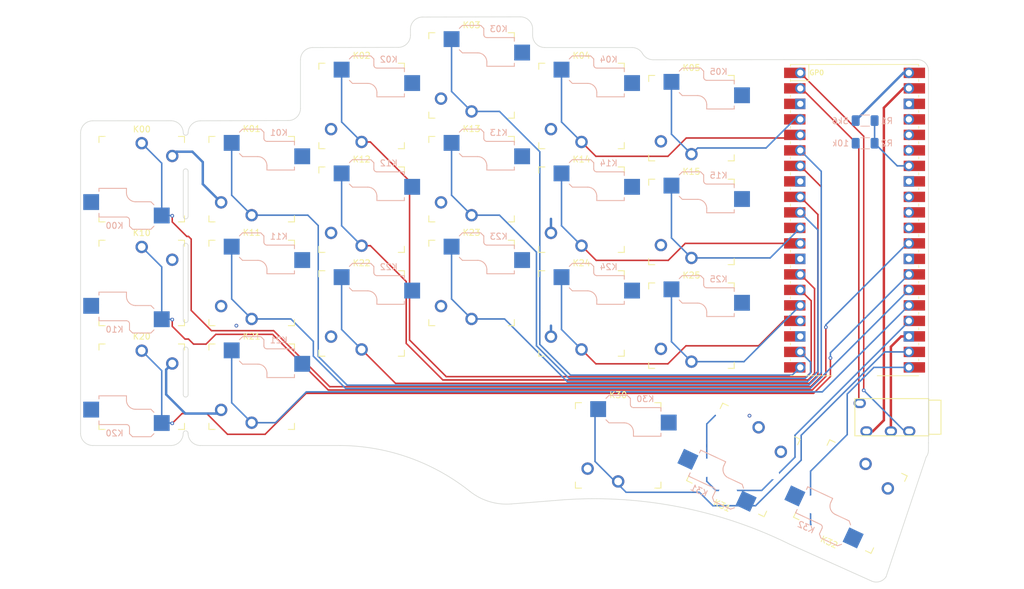
<source format=kicad_pcb>
(kicad_pcb (version 20241229) (generator "pcbnew") (generator_version "9.0")
  (title_block (rev "rev1.0"))
  (layers (0 "F.Cu" signal) (2 "B.Cu" signal) (13 "F.Paste" user) (15 "B.Paste" user) (5 "F.SilkS" user "F.Silkscreen") (7 "B.SilkS" user "B.Silkscreen") (1 "F.Mask" user) (3 "B.Mask" user) (25 "Edge.Cuts" user))
  (net 0 "")
  (net 1 "GND")
  (net 2 "/k00")
  (net 3 "/k01")
  (net 4 "/k02")
  (net 5 "/k03")
  (net 6 "/k04")
  (net 7 "/k05")
  (net 8 "/k10")
  (net 9 "/k11")
  (net 10 "/k12")
  (net 11 "/k13")
  (net 12 "/k14")
  (net 13 "/k15")
  (net 14 "/k20")
  (net 15 "/k21")
  (net 16 "/k22")
  (net 17 "/k23")
  (net 18 "/k24")
  (net 19 "/k25")
  (net 20 "/k30")
  (net 21 "/k31")
  (net 22 "/k32")
  (net 23 "rx")
  (net 24 "tx")
  (net 25 "VBUS")
  (net 26 "vbus_sense")
  (net 33 "VCC")
  (footprint "keyswitches:Kailh_socket_PG1350_optional" (layer "F.Cu") (at 164 94)
    (property "Reference" "K25")
    (property "Value" "KEYSW")
  )
  (footprint "keyswitches:Kailh_socket_PG1350_optional" (layer "F.Cu") (at 146 92)
    (property "Reference" "K24")
    (property "Value" "KEYSW")
  )
  (footprint "keyswitches:Kailh_socket_PG1350_optional" (layer "F.Cu") (at 92 104)
    (property "Reference" "K21")
    (property "Value" "KEYSW")
  )
  (footprint "keyswitches:Kailh_socket_PG1350_optional" (layer "F.Cu") (at 110 58)
    (property "Reference" "K02")
    (property "Value" "KEYSW")
  )
  (footprint "beekeeb_lib:MountingHole_2.2mm_M2-8mm" (layer "F.Cu") (at 103.2 107.6)
    (property "Reference" "H4" (hide yes))
    (property "Value" "MountingHole")
  )
  (footprint "keyswitches:Kailh_socket_PG1350_optional" (layer "F.Cu") (at 74 87 180)
    (property "Reference" "K10")
    (property "Value" "KEYSW")
  )
  (footprint "RPi_Pico:RPi_Pico_SMD_TH" (layer "F.Cu") (at 190.7032 76.708)
    (property "Reference" "U2" (hide yes))
    (property "Value" "Pico")
  )
  (footprint "keyswitches:Kailh_socket_PG1350_optional" (layer "F.Cu") (at 146 58)
    (property "Reference" "K04")
    (property "Value" "KEYSW")
  )
  (footprint "keyswitches:Kailh_socket_PG1350_optional" (layer "F.Cu") (at 110 75)
    (property "Reference" "K12")
    (property "Value" "KEYSW")
  )
  (footprint "beekeeb_lib:MountingHole_2.2mm_M2-8mm" (layer "F.Cu") (at 174.5 67)
    (property "Reference" "H2" (hide yes))
    (property "Value" "MountingHole")
  )
  (footprint "keyswitches:Kailh_socket_PG1350_optional" (layer "F.Cu") (at 152 113.622451)
    (property "Reference" "K30")
    (property "Value" "KEYSW")
  )
  (footprint "beekeeb_lib:MountingHole_2.2mm_M2-8mm" (layer "F.Cu") (at 83 95.5)
    (property "Reference" "H4" (hide yes))
    (property "Value" "MountingHole")
  )
  (footprint "keyswitches:Kailh_socket_PG1350_optional" (layer "F.Cu") (at 92 70)
    (property "Reference" "K01")
    (property "Value" "KEYSW")
  )
  (footprint "beekeeb_lib:mousebites_2" (layer "F.Cu") (at 81.4 78.5 90)
    (property "Reference" "MB1" (hide yes))
    (property "Value" "MountingHole" (hide yes))
  )
  (footprint "beekeeb_lib:mousebites_3" (layer "F.Cu") (at 81.4 108.4352 90)
    (property "Reference" "MB3" (hide yes))
    (property "Value" "MountingHole" (hide yes))
  )
  (footprint "beekeeb_lib:mousebites_2" (layer "F.Cu") (at 81.4 95.5 90)
    (property "Reference" "MB2" (hide yes))
    (property "Value" "MountingHole" (hide yes))
  )
  (footprint "keyswitches:Kailh_socket_PG1350_optional" (layer "F.Cu") (at 146 75)
    (property "Reference" "K14")
    (property "Value" "KEYSW")
  )
  (footprint "keyswitches:Kailh_socket_PG1350_optional" (layer "F.Cu") (at 128 87)
    (property "Reference" "K23")
    (property "Value" "KEYSW")
  )
  (footprint "keyswitches:Kailh_socket_PG1350_optional" (layer "F.Cu") (at 128 53)
    (property "Reference" "K03")
    (property "Value" "KEYSW")
  )
  (footprint "beekeeb_lib:MountingHole_2.2mm_M2-8mm" (layer "F.Cu") (at 83 78.5)
    (property "Reference" "H4" (hide yes))
    (property "Value" "MountingHole")
  )
  (footprint "beekeeb_lib:MountingHole_2.2mm_M2-8mm" (layer "F.Cu") (at 119.4 61)
    (property "Reference" "H1" (hide yes))
    (property "Value" "MountingHole")
  )
  (footprint "keyswitches:Kailh_socket_PG1350_optional" (layer "F.Cu") (at 110 92)
    (property "Reference" "K22")
    (property "Value" "KEYSW")
  )
  (footprint "Keebio-Parts:TRRS-PJ-320A" (layer "F.Cu") (at 202.85 109 -90)
    (property "Reference" "J1" (hide yes))
    (property "Value" "TRRS")
  )
  (footprint "keyswitches:Kailh_socket_PG1350_optional" (layer "F.Cu") (at 164 77)
    (property "Reference" "K15")
    (property "Value" "KEYSW")
  )
  (footprint "beekeeb_lib:MountingHole_2.2mm_M2-8mm" (layer "F.Cu") (at 181.5 108)
    (property "Reference" "H3" (hide yes))
    (property "Value" "MountingHole")
  )
  (footprint "beekeeb_lib:MountingHole_2.2mm_M2-8mm" (layer "F.Cu") (at 101 78.5)
    (property "Reference" "H1" (hide yes))
    (property "Value" "MountingHole")
  )
  (footprint "keyswitches:Kailh_socket_PG1350_optional" (layer "F.Cu") (at 190.015307 122 155)
    (property "Reference" "K32")
    (property "Value" "KEYSW")
  )
  (footprint "keyswitches:Kailh_socket_PG1350_optional" (layer "F.Cu") (at 92 87)
    (property "Reference" "K11")
    (property "Value" "KEYSW")
  )
  (footprint "keyswitches:Kailh_socket_PG1350_optional" (layer "F.Cu") (at 164 60)
    (property "Reference" "K05")
    (property "Value" "KEYSW")
  )
  (footprint "beekeeb_lib:mousebites_3" (layer "F.Cu") (at 81.4 65.5352 90)
    (property "Reference" "MB4" (hide yes))
    (property "Value" "MountingHole" (hide yes))
  )
  (footprint "keyswitches:Kailh_socket_PG1350_optional" (layer "F.Cu") (at 74 104 180)
    (property "Reference" "K20")
    (property "Value" "KEYSW")
  )
  (footprint "keyswitches:Kailh_socket_PG1350_optional" (layer "F.Cu") (at 128 70)
    (property "Reference" "K13")
    (property "Value" "KEYSW")
  )
  (footprint "keyswitches:Kailh_socket_PG1350_optional" (layer "F.Cu") (at 74 70 180)
    (property "Reference" "K00")
    (property "Value" "KEYSW")
  )
  (footprint "keyswitches:Kailh_socket_PG1350_optional" (layer "F.Cu") (at 172.5 116 155)
    (property "Reference" "K31")
    (property "Value" "KEYSW")
  )
  (footprint "Resistor_SMD:R_1206_3216Metric_Pad1.30x1.75mm_HandSolder" (layer "B.Cu") (at 192.4304 64.1096 180)
    (property "Reference" "R2")
    (property "Value" "10k")
  )
  (footprint "Resistor_SMD:R_1206_3216Metric_Pad1.30x1.75mm_HandSolder" (layer "B.Cu") (at 192.4304 60.4012)
    (property "Reference" "R1")
    (property "Value" "5k6")
  )
  (gr_line (start 139.991619 48.433363) (end 154.291619 48.433363) (stroke (width 0.1)) (layer "Edge.Cuts"))
  (gr_line (start 81.6 97.9) (end 81.6 105.3) (stroke (width 0.1)) (layer "Edge.Cuts"))
  (gr_arc (start 201 50.4) (mid 202.272792 50.927208) (end 202.8 52.2) (stroke (width 0.1)) (layer "Edge.Cuts"))
  (gr_arc (start 134.491787 123.210477) (mid 130.922776 122.824511) (end 127.741619 121.161065) (stroke (width 0.1)) (layer "Edge.Cuts"))
  (gr_line (start 83.591619 60.433363) (end 97.991771 60.391881) (stroke (width 0.1)) (layer "Edge.Cuts"))
  (gr_line (start 201 50.4) (end 157.741621 50.433361) (stroke (width 0.1)) (layer "Edge.Cuts"))
  (gr_arc (start 81.6 62.4) (mid 82.194979 61.013131) (end 83.591619 60.441465) (stroke (width 0.1)) (layer "Edge.Cuts"))
  (gr_arc (start 81.6 62.4) (mid 81.2 62.8) (end 80.8 62.4) (stroke (width 0.1)) (layer "Edge.Cuts"))
  (gr_line (start 138 45.4) (end 138.000019 46.433363) (stroke (width 0.1)) (layer "Edge.Cuts"))
  (gr_arc (start 78.791619 60.423425) (mid 80.20011 61) (end 80.8 62.39872) (stroke (width 0.1)) (layer "Edge.Cuts"))
  (gr_line (start 202.8 113.2) (end 202.8 52.2) (stroke (width 0.1)) (layer "Edge.Cuts"))
  (gr_line (start 81.6 68.7) (end 81.6 76.1) (stroke (width 0.1)) (layer "Edge.Cuts"))
  (gr_arc (start 63.991619 62.433363) (mid 64.577405 61.019149) (end 65.991619 60.433363) (stroke (width 0.1)) (layer "Edge.Cuts"))
  (gr_arc (start 81.6 93.1) (mid 81.2 93.5) (end 80.8 93.1) (stroke (width 0.1)) (layer "Edge.Cuts"))
  (gr_line (start 99.991619 58.433337) (end 99.991619 50.433363) (stroke (width 0.1)) (layer "Edge.Cuts"))
  (gr_arc (start 81.6 76.1) (mid 81.2 76.5) (end 80.8 76.1) (stroke (width 0.1)) (layer "Edge.Cuts"))
  (gr_arc (start 65.991619 113.633363) (mid 64.577405 113.047577) (end 63.991619 111.633363) (stroke (width 0.1)) (layer "Edge.Cuts"))
  (gr_line (start 63.991619 111.633363) (end 63.991619 62.433363) (stroke (width 0.1)) (layer "Edge.Cuts"))
  (gr_line (start 195.861224 135.145515) (end 202.425663 115.521302) (stroke (width 0.1)) (layer "Edge.Cuts"))
  (gr_line (start 80.8 97.9) (end 80.8 105.3) (stroke (width 0.1)) (layer "Edge.Cuts"))
  (gr_arc (start 202.791619 114.433363) (mid 202.697679 115.007262) (end 202.425663 115.521259) (stroke (width 0.1)) (layer "Edge.Cuts"))
  (gr_arc (start 157.741621 50.433361) (mid 156.733828 50.165748) (end 155.991619 49.433363) (stroke (width 0.1)) (layer "Edge.Cuts"))
  (gr_arc (start 154.291619 48.433363) (mid 155.277773 48.701901) (end 155.991619 49.433363) (stroke (width 0.1)) (layer "Edge.Cuts"))
  (gr_arc (start 80.8 68.7) (mid 81.2 68.3) (end 81.6 68.7) (stroke (width 0.1)) (layer "Edge.Cuts"))
  (gr_arc (start 139.991619 48.424982) (mid 138.583331 47.841651) (end 138 46.433363) (stroke (width 0.1)) (layer "Edge.Cuts"))
  (gr_arc (start 80.791619 111.633363) (mid 80.205833 113.047577) (end 78.791619 113.633363) (stroke (width 0.1)) (layer "Edge.Cuts"))
  (gr_line (start 119.991619 43.43342) (end 136 43.4) (stroke (width 0.1)) (layer "Edge.Cuts"))
  (gr_arc (start 136 43.4) (mid 137.414214 43.985786) (end 138 45.4) (stroke (width 0.1)) (layer "Edge.Cuts"))
  (gr_arc (start 118 46.4) (mid 117.414214 47.814214) (end 116 48.4) (stroke (width 0.1)) (layer "Edge.Cuts"))
  (gr_line (start 78.791619 113.633363) (end 66 113.633363) (stroke (width 0.1)) (layer "Edge.Cuts"))
  (gr_arc (start 80.791619 111.633363) (mid 81.191619 111.233363) (end 81.591619 111.633363) (stroke (width 0.1)) (layer "Edge.Cuts"))
  (gr_line (start 193.416236 135.813395) (end 180.121018 129.833363) (stroke (width 0.1)) (layer "Edge.Cuts"))
  (gr_line (start 80.8 68.7) (end 80.8 76.1) (stroke (width 0.1)) (layer "Edge.Cuts"))
  (gr_arc (start 99.991619 50.433363) (mid 100.577405 49.019149) (end 101.991619 48.433363) (stroke (width 0.1)) (layer "Edge.Cuts"))
  (gr_arc (start 80.8 97.9) (mid 81.2 97.5) (end 81.6 97.9) (stroke (width 0.1)) (layer "Edge.Cuts"))
  (gr_line (start 101.991619 48.433363) (end 116 48.4) (stroke (width 0.1)) (layer "Edge.Cuts"))
  (gr_line (start 65.991619 60.433363) (end 78.791619 60.424705) (stroke (width 0.1)) (layer "Edge.Cuts"))
  (gr_line (start 202.791619 114.4334) (end 202.8 113.2) (stroke (width 0.1)) (layer "Edge.Cuts"))
  (gr_line (start 106.491619 113.633363) (end 83.591619 113.633363) (stroke (width 0.1)) (layer "Edge.Cuts"))
  (gr_arc (start 117.991619 45.433363) (mid 118.577405 44.019149) (end 119.991619 43.433363) (stroke (width 0.1)) (layer "Edge.Cuts"))
  (gr_line (start 80.8 80.9) (end 80.8 93.1) (stroke (width 0.1)) (layer "Edge.Cuts"))
  (gr_arc (start 195.861226 135.145515) (mid 194.769738 135.940486) (end 193.425095 135.816963) (stroke (width 0.1)) (layer "Edge.Cuts"))
  (gr_arc (start 80.8 80.9) (mid 81.2 80.5) (end 81.6 80.9) (stroke (width 0.1)) (layer "Edge.Cuts"))
  (gr_arc (start 83.591619 113.633363) (mid 82.177405 113.047577) (end 81.591619 111.633363) (stroke (width 0.1)) (layer "Edge.Cuts"))
  (gr_line (start 134.491619 123.208363) (end 141.791619 122.633364) (stroke (width 0.1)) (layer "Edge.Cuts"))
  (gr_line (start 118 46.4) (end 117.991619 45.433363) (stroke (width 0.1)) (layer "Edge.Cuts"))
  (gr_arc (start 106.491619 113.633363) (mid 117.748749 115.612771) (end 127.741619 121.161065) (stroke (width 0.1)) (layer "Edge.Cuts"))
  (gr_line (start 81.6 80.9) (end 81.6 93.1) (stroke (width 0.1)) (layer "Edge.Cuts"))
  (gr_arc (start 141.791619 122.633364) (mid 161.451416 123.597696) (end 180.121018 129.833363) (stroke (width 0.1)) (layer "Edge.Cuts"))
  (gr_arc (start 81.6 105.3) (mid 81.2 105.7) (end 80.8 105.3) (stroke (width 0.1)) (layer "Edge.Cuts"))
  (gr_arc (start 99.991619 58.433363) (mid 99.39371 59.823107) (end 97.99179 60.391881) (stroke (width 0.1)) (layer "Edge.Cuts"))
  (segment (start 199.5932 95.758) (end 198.3432 95.758) (width 0.4) (layer "F.Cu") (net 1))
  (segment (start 198.3432 95.758) (end 196.65 97.4512) (width 0.4) (layer "F.Cu") (net 1))
  (segment (start 196.65 97.4512) (end 196.65 111.3) (width 0.4) (layer "F.Cu") (net 1))
  (via (at 89.5 94) (size 0.6) (drill 0.3) (layers "F.Cu" "B.Cu") (net 1))
  (via (at 173.5 108.75) (size 0.6) (drill 0.3) (layers "F.Cu" "B.Cu") (net 1))
  (segment (start 81.125527 108.4) (end 77.99952 105.273993) (width 0.4) (layer "B.Cu") (net 1))
  (segment (start 84 67.2) (end 84 70.8) (width 0.4) (layer "B.Cu") (net 1))
  (segment (start 77.99952 105.273993) (end 77.99952 101.20048) (width 0.4) (layer "B.Cu") (net 1))
  (segment (start 87 107.8) (end 86.4 108.4) (width 0.4) (layer "B.Cu") (net 1))
  (segment (start 141 95.8) (end 141 94) (width 0.4) (layer "B.Cu") (net 1))
  (segment (start 84 70.8) (end 87 73.8) (width 0.4) (layer "B.Cu") (net 1))
  (segment (start 82.3 65.5) (end 84 67.2) (width 0.4) (layer "B.Cu") (net 1))
  (segment (start 77.99952 101.20048) (end 79 100.2) (width 0.4) (layer "B.Cu") (net 1))
  (segment (start 79.7 65.5) (end 82.3 65.5) (width 0.4) (layer "B.Cu") (net 1))
  (segment (start 141 78.8) (end 141 76.5) (width 0.4) (layer "B.Cu") (net 1))
  (segment (start 86.4 108.4) (end 81.125527 108.4) (width 0.4) (layer "B.Cu") (net 1))
  (segment (start 79 66.2) (end 79.7 65.5) (width 0.4) (layer "B.Cu") (net 1))
  (segment (start 183.532555 103.999081) (end 185.249999 102.281637) (width 0.25) (layer "F.Cu") (net 2))
  (segment (start 185.249999 102.281637) (end 185.25 71.2548) (width 0.25) (layer "F.Cu") (net 2))
  (segment (start 81.658686 79.375479) (end 82.1 79.816793) (width 0.25) (layer "F.Cu") (net 2))
  (segment (start 79 77) (end 81.375479 79.375479) (width 0.25) (layer "F.Cu") (net 2))
  (segment (start 79 76) (end 79 77) (width 0.25) (layer "F.Cu") (net 2))
  (segment (start 95.601649 94.824511) (end 104.776219 103.999081) (width 0.25) (layer "F.Cu") (net 2))
  (segment (start 82.1 91.5) (end 85.424511 94.824511) (width 0.25) (layer "F.Cu") (net 2))
  (segment (start 104.776219 103.999081) (end 183.532555 103.999081) (width 0.25) (layer "F.Cu") (net 2))
  (segment (start 185.25 71.2548) (end 181.8132 67.818) (width 0.25) (layer "F.Cu") (net 2))
  (segment (start 82.1 79.816793) (end 82.1 91.5) (width 0.25) (layer "F.Cu") (net 2))
  (segment (start 81.375479 79.375479) (end 81.658686 79.375479) (width 0.25) (layer "F.Cu") (net 2))
  (segment (start 85.424511 94.824511) (end 95.601649 94.824511) (width 0.25) (layer "F.Cu") (net 2))
  (via (at 79 76) (size 0.6) (drill 0.3) (layers "F.Cu" "B.Cu") (net 2))
  (segment (start 77.275 67.375) (end 77.275 75.95) (width 0.25) (layer "B.Cu") (net 2))
  (segment (start 78.95 75.95) (end 77.275 75.95) (width 0.25) (layer "B.Cu") (net 2))
  (segment (start 79 76) (end 78.95 75.95) (width 0.25) (layer "B.Cu") (net 2))
  (segment (start 74 64.1) (end 77.275 67.375) (width 0.25) (layer "B.Cu") (net 2))
  (segment (start 107.626657 103.749519) (end 183.204543 103.749519) (width 0.25) (layer "B.Cu") (net 3))
  (segment (start 101.2 75.9) (end 102.9 77.6) (width 0.25) (layer "B.Cu") (net 3))
  (segment (start 183.204543 103.749519) (end 185.25 101.704062) (width 0.25) (layer "B.Cu") (net 3))
  (segment (start 102.9 77.6) (end 102.9 99.022862) (width 0.25) (layer "B.Cu") (net 3))
  (segment (start 88.725 64.05) (end 88.725 72.625) (width 0.25) (layer "B.Cu") (net 3))
  (segment (start 185.25 68.7148) (end 181.8132 65.278) (width 0.25) (layer "B.Cu") (net 3))
  (segment (start 88.725 72.625) (end 92 75.9) (width 0.25) (layer "B.Cu") (net 3))
  (segment (start 92 75.9) (end 101.2 75.9) (width 0.25) (layer "B.Cu") (net 3))
  (segment (start 102.9 99.022862) (end 107.626657 103.749519) (width 0.25) (layer "B.Cu") (net 3))
  (segment (start 185.25 101.704062) (end 185.25 68.7148) (width 0.25) (layer "B.Cu") (net 3))
  (segment (start 117.84952 96.34952) (end 123.850521 102.350521) (width 0.25) (layer "F.Cu") (net 4))
  (segment (start 117.849519 70.312679) (end 117.84952 96.34952) (width 0.25) (layer "F.Cu") (net 4))
  (segment (start 110 63.9) (end 111.43684 63.9) (width 0.25) (layer "F.Cu") (net 4))
  (segment (start 183.60144 89.92624) (end 181.8132 88.138) (width 0.25) (layer "F.Cu") (net 4))
  (segment (start 111.43684 63.9) (end 117.849519 70.312679) (width 0.25) (layer "F.Cu") (net 4))
  (segment (start 183.60144 101.590008) (end 183.60144 89.92624) (width 0.25) (layer "F.Cu") (net 4))
  (segment (start 182.849701 102.350521) (end 183.600111 101.600111) (width 0.25) (layer "F.Cu") (net 4))
  (segment (start 123.850521 102.350521) (end 182.849701 102.350521) (width 0.25) (layer "F.Cu") (net 4))
  (segment (start 106.725 60.625) (end 110 63.9) (width 0.25) (layer "B.Cu") (net 4))
  (segment (start 106.725 52.05) (end 106.725 60.625) (width 0.25) (layer "B.Cu") (net 4))
  (segment (start 128 58.9) (end 132.574022 58.9) (width 0.25) (layer "B.Cu") (net 5))
  (segment (start 124.725 47.05) (end 124.725 55.625) (width 0.25) (layer "B.Cu") (net 5))
  (segment (start 181.762 100.838) (end 180.5 102.1) (width 0.25) (layer "B.Cu") (net 5))
  (segment (start 139.175479 97.075479) (end 144.2 102.1) (width 0.25) (layer "B.Cu") (net 5))
  (segment (start 139.175479 65.501457) (end 139.175479 97.075479) (width 0.25) (layer "B.Cu") (net 5))
  (segment (start 144.2 102.1) (end 180.5 102.1) (width 0.25) (layer "B.Cu") (net 5))
  (segment (start 181.8132 100.838) (end 181.762 100.838) (width 0.25) (layer "B.Cu") (net 5))
  (segment (start 132.574022 58.9) (end 139.175479 65.501457) (width 0.25) (layer "B.Cu") (net 5))
  (segment (start 124.725 55.625) (end 128 58.9) (width 0.25) (layer "B.Cu") (net 5))
  (segment (start 160.15 66.25) (end 163.15 63.25) (width 0.25) (layer "F.Cu") (net 6))
  (segment (start 146 63.9) (end 148.35 66.25) (width 0.25) (layer "F.Cu") (net 6))
  (segment (start 163.15 63.25) (end 181.3012 63.25) (width 0.25) (layer "F.Cu") (net 6))
  (segment (start 148.35 66.25) (end 160.15 66.25) (width 0.25) (layer "F.Cu") (net 6))
  (segment (start 181.3012 63.25) (end 181.8132 62.738) (width 0.25) (layer "F.Cu") (net 6))
  (segment (start 142.725 52.05) (end 142.725 60.625) (width 0.25) (layer "B.Cu") (net 6))
  (segment (start 142.725 60.625) (end 146 63.9) (width 0.25) (layer "B.Cu") (net 6))
  (segment (start 160.725 54.05) (end 160.725 62.625) (width 0.25) (layer "B.Cu") (net 7))
  (segment (start 160.725 62.625) (end 164 65.9) (width 0.25) (layer "B.Cu") (net 7))
  (segment (start 176.215999 64.884001) (end 180.902 60.198) (width 0.25) (layer "B.Cu") (net 7))
  (segment (start 180.902 60.198) (end 181.8132 60.198) (width 0.25) (layer "B.Cu") (net 7))
  (segment (start 165.015999 64.884001) (end 176.215999 64.884001) (width 0.25) (layer "B.Cu") (net 7))
  (segment (start 164 65.9) (end 165.015999 64.884001) (width 0.25) (layer "B.Cu") (net 7))
  (segment (start 95.424521 95.424521) (end 104.548601 104.548601) (width 0.25) (layer "F.Cu") (net 8))
  (segment (start 81.664711 96.2) (end 82.489232 97.024521) (width 0.25) (layer "F.Cu") (net 8))
  (segment (start 81.1 96.2) (end 81.664711 96.2) (width 0.25) (layer "F.Cu") (net 8))
  (segment (start 104.548601 104.548601) (end 183.760173 104.548601) (width 0.25) (layer "F.Cu") (net 8))
  (segment (start 183.760173 104.548601) (end 183.854387 104.454387) (width 0.25) (layer "F.Cu") (net 8))
  (segment (start 186 102.308774) (end 183.854387 104.454387) (width 0.25) (layer "F.Cu") (net 8))
  (segment (start 79 94.1) (end 81.1 96.2) (width 0.25) (layer "F.Cu") (net 8))
  (segment (start 79 93) (end 79 94.1) (width 0.25) (layer "F.Cu") (net 8))
  (segment (start 183.854387 104.454387) (end 183.779387 104.529387) (width 0.25) (layer "F.Cu") (net 8))
  (segment (start 186 94.25) (end 186 102.3) (width 0.25) (layer "F.Cu") (net 8))
  (segment (start 84.531478 97.024521) (end 86.131478 95.424521) (width 0.25) (layer "F.Cu") (net 8))
  (segment (start 86.131478 95.424521) (end 95.424521 95.424521) (width 0.25) (layer "F.Cu") (net 8))
  (segment (start 186 102.3) (end 186 102.308774) (width 0.25) (layer "F.Cu") (net 8))
  (segment (start 82.489232 97.024521) (end 84.531478 97.024521) (width 0.25) (layer "F.Cu") (net 8))
  (via (at 186 94.25) (size 0.6) (drill 0.3) (layers "F.Cu" "B.Cu") (net 8))
  (via (at 79 93) (size 0.6) (drill 0.3) (layers "F.Cu" "B.Cu") (net 8))
  (segment (start 186 93.860769) (end 199.342769 80.518) (width 0.25) (layer "B.Cu") (net 8))
  (segment (start 79 93) (end 78.95 92.95) (width 0.25) (layer "B.Cu") (net 8))
  (segment (start 186 94.25) (end 186 93.860769) (width 0.25) (layer "B.Cu") (net 8))
  (segment (start 199.342769 80.518) (end 199.5932 80.518) (width 0.25) (layer "B.Cu") (net 8))
  (segment (start 77.275 84.375) (end 74 81.1) (width 0.25) (layer "B.Cu") (net 8))
  (segment (start 77.275 92.95) (end 77.275 84.375) (width 0.25) (layer "B.Cu") (net 8))
  (segment (start 78.95 92.95) (end 77.275 92.95) (width 0.25) (layer "B.Cu") (net 8))
  (segment (start 88.725 81.05) (end 88.725 89.625) (width 0.25) (layer "B.Cu") (net 9))
  (segment (start 107.39904 104.29904) (end 183.43216 104.29904) (width 0.25) (layer "B.Cu") (net 9))
  (segment (start 102.1 96.577138) (end 102.1 99) (width 0.25) (layer "B.Cu") (net 9))
  (segment (start 183.43216 104.29904) (end 199.5932 88.138) (width 0.25) (layer "B.Cu") (net 9))
  (segment (start 98.422862 92.9) (end 102.1 96.577138) (width 0.25) (layer "B.Cu") (net 9))
  (segment (start 92 92.9) (end 98.422862 92.9) (width 0.25) (layer "B.Cu") (net 9))
  (segment (start 88.725 89.625) (end 92 92.9) (width 0.25) (layer "B.Cu") (net 9))
  (segment (start 102.1 99) (end 107.39904 104.29904) (width 0.25) (layer "B.Cu") (net 9))
  (segment (start 123.300041 102.900041) (end 183.077319 102.900041) (width 0.25) (layer "F.Cu") (net 10))
  (segment (start 181.822222 85.598) (end 181.8132 85.598) (width 0.25) (layer "F.Cu") (net 10))
  (segment (start 184.15096 101.8264) (end 184.15096 87.926738) (width 0.25) (layer "F.Cu") (net 10))
  (segment (start 111.43684 80.9) (end 117.3 86.76316) (width 0.25) (layer "F.Cu") (net 10))
  (segment (start 184.15096 87.926738) (end 181.822222 85.598) (width 0.25) (layer "F.Cu") (net 10))
  (segment (start 110 80.9) (end 111.43684 80.9) (width 0.25) (layer "F.Cu") (net 10))
  (segment (start 183.077319 102.900041) (end 184.15096 101.8264) (width 0.25) (layer "F.Cu") (net 10))
  (segment (start 117.3 96.9) (end 123.300041 102.900041) (width 0.25) (layer "F.Cu") (net 10))
  (segment (start 117.3 86.76316) (end 117.3 96.9) (width 0.25) (layer "F.Cu") (net 10))
  (segment (start 106.725 77.625) (end 110 80.9) (width 0.25) (layer "B.Cu") (net 10))
  (segment (start 106.725 69.05) (end 106.725 77.625) (width 0.25) (layer "B.Cu") (net 10))
  (segment (start 183.5 101.75) (end 183.5 99.9848) (width 0.25) (layer "B.Cu") (net 11))
  (segment (start 124.725 64.05) (end 124.725 72.625) (width 0.25) (layer "B.Cu") (net 11))
  (segment (start 143.972382 102.64952) (end 160.626418 102.64952) (width 0.25) (layer "B.Cu") (net 11))
  (segment (start 160.7 102.64952) (end 182.60048 102.64952) (width 0.25) (layer "B.Cu") (net 11))
  (segment (start 182.60048 102.64952) (end 183.5 101.75) (width 0.25) (layer "B.Cu") (net 11))
  (segment (start 138.62596 97.303098) (end 143.972382 102.64952) (width 0.25) (layer "B.Cu") (net 11))
  (segment (start 124.725 72.625) (end 128 75.9) (width 0.25) (layer "B.Cu") (net 11))
  (segment (start 132.574022 75.9) (end 138.625959 81.951937) (width 0.25) (layer "B.Cu") (net 11))
  (segment (start 183.5 99.9848) (end 181.8132 98.298) (width 0.25) (layer "B.Cu") (net 11))
  (segment (start 138.625959 81.951937) (end 138.62596 97.303098) (width 0.25) (layer "B.Cu") (net 11))
  (segment (start 128 75.9) (end 132.574022 75.9) (width 0.25) (layer "B.Cu") (net 11))
  (segment (start 146 80.9) (end 148.4 83.3) (width 0.25) (layer "F.Cu") (net 12))
  (segment (start 160.2 83.3) (end 162.982 80.518) (width 0.25) (layer "F.Cu") (net 12))
  (segment (start 162.982 80.518) (end 181.8132 80.518) (width 0.25) (layer "F.Cu") (net 12))
  (segment (start 148.4 83.3) (end 160.2 83.3) (width 0.25) (layer "F.Cu") (net 12))
  (segment (start 142.725 69.05) (end 142.725 77.625) (width 0.25) (layer "B.Cu") (net 12))
  (segment (start 142.725 77.625) (end 146 80.9) (width 0.25) (layer "B.Cu") (net 12))
  (segment (start 160.725 79.625) (end 164 82.9) (width 0.25) (layer "B.Cu") (net 13))
  (segment (start 176.8912 82.9) (end 181.8132 77.978) (width 0.25) (layer "B.Cu") (net 13))
  (segment (start 160.725 71.05) (end 160.725 79.625) (width 0.25) (layer "B.Cu") (net 13))
  (segment (start 164 82.9) (end 176.8912 82.9) (width 0.25) (layer "B.Cu") (net 13))
  (segment (start 186.75 102.335912) (end 186.75 99.3) (width 0.25) (layer "F.Cu") (net 14))
  (segment (start 88.05 111.8) (end 94.2 111.8) (width 0.25) (layer "F.Cu") (net 14))
  (segment (start 84.65 108.4) (end 88.05 111.8) (width 0.25) (layer "F.Cu") (net 14))
  (segment (start 79 110) (end 80.6 108.4) (width 0.25) (layer "F.Cu") (net 14))
  (segment (start 100.901879 105.098121) (end 183.987791 105.098121) (width 0.25) (layer "F.Cu") (net 14))
  (segment (start 80.6 108.4) (end 84.65 108.4) (width 0.25) (layer "F.Cu") (net 14))
  (segment (start 183.987791 105.098121) (end 186.75 102.335912) (width 0.25) (layer "F.Cu") (net 14))
  (segment (start 94.2 111.8) (end 100.901879 105.098121) (width 0.25) (layer "F.Cu") (net 14))
  (via (at 186.75 99.3) (size 0.6) (drill 0.3) (layers "F.Cu" "B.Cu") (net 14))
  (via (at 79 110) (size 0.6) (drill 0.3) (layers "F.Cu" "B.Cu") (net 14))
  (segment (start 79 110) (end 78.95 109.95) (width 0.25) (layer "B.Cu") (net 14))
  (segment (start 77.275 101.375) (end 74 98.1) (width 0.25) (layer "B.Cu") (net 14))
  (segment (start 78.95 109.95) (end 77.275 109.95) (width 0.25) (layer "B.Cu") (net 14))
  (segment (start 77.275 109.95) (end 77.275 101.375) (width 0.25) (layer "B.Cu") (net 14))
  (segment (start 186.75 98.4412) (end 199.5932 85.598) (width 0.25) (layer "B.Cu") (net 14))
  (segment (start 186.75 99.3) (end 186.75 98.4412) (width 0.25) (layer "B.Cu") (net 14))
  (segment (start 88.725 106.625) (end 92 109.9) (width 0.25) (layer "B.Cu") (net 15))
  (segment (start 185.42264 104.84856) (end 199.5932 90.678) (width 0.25) (layer "B.Cu") (net 15))
  (segment (start 100.95144 104.84856) (end 185.42264 104.84856) (width 0.25) (layer "B.Cu") (net 15))
  (segment (start 88.725 98.05) (end 88.725 106.625) (width 0.25) (layer "B.Cu") (net 15))
  (segment (start 95.9 109.9) (end 100.95144 104.84856) (width 0.25) (layer "B.Cu") (net 15))
  (segment (start 92 109.9) (end 95.9 109.9) (width 0.25) (layer "B.Cu") (net 15))
  (segment (start 183.304937 103.449561) (end 184.70048 102.054018) (width 0.25) (layer "F.Cu") (net 16))
  (segment (start 184.70048 75.78528) (end 181.8132 72.898) (width 0.25) (layer "F.Cu") (net 16))
  (segment (start 115.549561 103.449561) (end 183.304937 103.449561) (width 0.25) (layer "F.Cu") (net 16))
  (segment (start 110 97.9) (end 115.549561 103.449561) (width 0.25) (layer "F.Cu") (net 16))
  (segment (start 184.70048 102.054018) (end 184.70048 75.78528) (width 0.25) (layer "F.Cu") (net 16))
  (segment (start 106.725 94.625) (end 110 97.9) (width 0.25) (layer "B.Cu") (net 16))
  (segment (start 106.725 86.05) (end 106.725 94.625) (width 0.25) (layer "B.Cu") (net 16))
  (segment (start 124.725 89.625) (end 128 92.9) (width 0.25) (layer "B.Cu") (net 17))
  (segment (start 184.70048 78.32528) (end 181.8132 75.438) (width 0.25) (layer "B.Cu") (net 17))
  (segment (start 143.7 103.2) (end 182.976924 103.2) (width 0.25) (layer "B.Cu") (net 17))
  (segment (start 128 92.9) (end 133.4 92.9) (width 0.25) (layer "B.Cu") (net 17))
  (segment (start 124.725 81.05) (end 124.725 89.625) (width 0.25) (layer "B.Cu") (net 17))
  (segment (start 133.4 92.9) (end 143.7 103.2) (width 0.25) (layer "B.Cu") (net 17))
  (segment (start 184.70048 101.476444) (end 184.70048 78.32528) (width 0.25) (layer "B.Cu") (net 17))
  (segment (start 182.976924 103.2) (end 184.70048 101.476444) (width 0.25) (layer "B.Cu") (net 17))
  (segment (start 160.15 100.25) (end 163.1 97.3) (width 0.25) (layer "F.Cu") (net 18))
  (segment (start 148.35 100.25) (end 160.15 100.25) (width 0.25) (layer "F.Cu") (net 18))
  (segment (start 179.082 93.218) (end 181.8132 93.218) (width 0.25) (layer "F.Cu") (net 18))
  (segment (start 146 97.9) (end 148.35 100.25) (width 0.25) (layer "F.Cu") (net 18))
  (segment (start 175 97.3) (end 179.082 93.218) (width 0.25) (layer "F.Cu") (net 18))
  (segment (start 163.1 97.3) (end 175 97.3) (width 0.25) (layer "F.Cu") (net 18))
  (segment (start 142.725 86.05) (end 142.725 94.625) (width 0.25) (layer "B.Cu") (net 18))
  (segment (start 142.725 94.625) (end 146 97.9) (width 0.25) (layer "B.Cu") (net 18))
  (segment (start 160.725 88.05) (end 160.725 96.625) (width 0.25) (layer "B.Cu") (net 19))
  (segment (start 164 99.9) (end 172.5912 99.9) (width 0.25) (layer "B.Cu") (net 19))
  (segment (start 172.5912 99.9) (end 181.8132 90.678) (width 0.25) (layer "B.Cu") (net 19))
  (segment (start 160.725 96.625) (end 164 99.9) (width 0.25) (layer "B.Cu") (net 19))
  (segment (start 165.3 121.3) (end 153.3 121.3) (width 0.25) (layer "B.Cu") (net 20))
  (segment (start 195.624862 98.298) (end 181.961431 111.961431) (width 0.25) (layer "B.Cu") (net 20))
  (segment (start 167.5 123.5) (end 165.3 121.3) (width 0.25) (layer "B.Cu") (net 20))
  (segment (start 181.961431 111.961431) (end 181.961431 116.038569) (width 0.25) (layer "B.Cu") (net 20))
  (segment (start 151.485781 119.522451) (end 148.210781 116.247451) (width 0.25) (layer "B.Cu") (net 20))
  (segment (start 174.5 123.5) (end 167.5 123.5) (width 0.25) (layer "B.Cu") (net 20))
  (segment (start 151.5 119.5) (end 151.485781 119.514219) (width 0.25) (layer "B.Cu") (net 20))
  (segment (start 148.210781 116.247451) (end 148.210781 107.672451) (width 0.25) (layer "B.Cu") (net 20))
  (segment (start 153.3 121.3) (end 151.5 119.5) (width 0.25) (layer "B.Cu") (net 20))
  (segment (start 181.961431 116.038569) (end 174.5 123.5) (width 0.25) (layer "B.Cu") (net 20))
  (segment (start 199.5932 98.298) (end 195.624862 98.298) (width 0.25) (layer "B.Cu") (net 20))
  (segment (start 151.485781 119.514219) (end 151.485781 119.522451) (width 0.25) (layer "B.Cu") (net 20))
  (segment (start 175.5 121) (end 168 121) (width 0.25) (layer "B.Cu") (net 21))
  (segment (start 168 121) (end 166.5 119.5) (width 0.25) (layer "B.Cu") (net 21))
  (segment (start 180.95 111.95) (end 180.95 115.55) (width 0.25) (layer "B.Cu") (net 21))
  (segment (start 180.95 115.55) (end 175.5 121) (width 0.25) (layer "B.Cu") (net 21))
  (segment (start 166.5 119.5) (end 166.5 110.109744) (width 0.25) (layer "B.Cu") (net 21))
  (segment (start 199.5932 93.3068) (end 180.95 111.95) (width 0.25) (layer "B.Cu") (net 21))
  (segment (start 199.5932 93.218) (end 199.5932 93.3068) (width 0.25) (layer "B.Cu") (net 21))
  (segment (start 166.5 110.109744) (end 167.903599 108.706145) (width 0.25) (layer "B.Cu") (net 21))
  (segment (start 189.5 111.848415) (end 189.5 105.202094) (width 0.25) (layer "B.Cu") (net 22))
  (segment (start 183.5 126.5) (end 183.5 117.848415) (width 0.25) (layer "B.Cu") (net 22))
  (segment (start 183.55 126.55) (end 183.5 126.5) (width 0.25) (layer "B.Cu") (net 22))
  (segment (start 189.5 105.202094) (end 193.863047 100.839047) (width 0.25) (layer "B.Cu") (net 22))
  (segment (start 183.5 117.848415) (end 186.638767 114.709648) (width 0.25) (layer "B.Cu") (net 22))
  (segment (start 183.55 126.60955) (end 183.55 126.55) (width 0.25) (layer "B.Cu") (net 22))
  (segment (start 193.862 100.838) (end 199.5932 100.838) (width 0.25) (layer "B.Cu") (net 22))
  (segment (start 186.638767 114.709648) (end 189.5 111.848415) (width 0.25) (layer "B.Cu") (net 22))
  (segment (start 191.55 106.7) (end 191.4 106.55) (width 0.25) (layer "F.Cu") (net 23))
  (segment (start 182.022222 55.118) (end 181.8132 55.118) (width 0.25) (layer "F.Cu") (net 23))
  (segment (start 191.4 64.495778) (end 182.022222 55.118) (width 0.25) (layer "F.Cu") (net 23))
  (segment (start 191.4 106.55) (end 191.4 64.495778) (width 0.25) (layer "F.Cu") (net 23))
  (segment (start 181.8132 52.578) (end 192.2 62.9648) (width 0.25) (layer "F.Cu") (net 24))
  (segment (start 192.2 62.9648) (end 192.2 104.6) (width 0.25) (layer "F.Cu") (net 24))
  (via (at 192.2 104.6) (size 0.6) (drill 0.3) (layers "F.Cu" "B.Cu") (net 24))
  (segment (start 198.9 111.3) (end 199.65 111.3) (width 0.25) (layer "B.Cu") (net 24))
  (segment (start 192.2 104.6) (end 198.9 111.3) (width 0.25) (layer "B.Cu") (net 24))
  (segment (start 198.7036 52.578) (end 190.8804 60.4012) (width 0.4) (layer "B.Cu") (net 25))
  (segment (start 199.5932 52.578) (end 198.7036 52.578) (width 0.4) (layer "B.Cu") (net 25))
  (segment (start 193.9804 60.4012) (end 193.9804 64.1096) (width 0.25) (layer "B.Cu") (net 26))
  (segment (start 197.6888 67.818) (end 193.9804 64.1096) (width 0.25) (layer "B.Cu") (net 26))
  (segment (start 199.5932 67.818) (end 197.6888 67.818) (width 0.25) (layer "B.Cu") (net 26))
  (segment (start 198.682 55.118) (end 199.5932 55.118) (width 0.4) (layer "F.Cu") (net 33))
  (segment (start 193.7 111.3) (end 195.5 109.5) (width 0.4) (layer "F.Cu") (net 33))
  (segment (start 195.5 109.5) (end 195.5 58.3) (width 0.4) (layer "F.Cu") (net 33))
  (segment (start 192.65 111.3) (end 193.7 111.3) (width 0.4) (layer "F.Cu") (net 33))
  (segment (start 195.5 58.3) (end 198.682 55.118) (width 0.4) (layer "F.Cu") (net 33))
)
</source>
